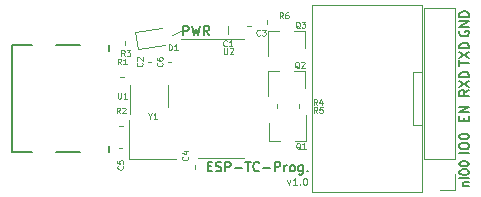
<source format=gto>
G04 #@! TF.GenerationSoftware,KiCad,Pcbnew,6.0.0-d3dd2cf0fa~116~ubuntu20.04.1*
G04 #@! TF.CreationDate,2022-01-09T18:16:10+01:00*
G04 #@! TF.ProjectId,ESP-TC-PROG,4553502d-5443-42d5-9052-4f472e6b6963,rev?*
G04 #@! TF.SameCoordinates,Original*
G04 #@! TF.FileFunction,Legend,Top*
G04 #@! TF.FilePolarity,Positive*
%FSLAX46Y46*%
G04 Gerber Fmt 4.6, Leading zero omitted, Abs format (unit mm)*
G04 Created by KiCad (PCBNEW 6.0.0-d3dd2cf0fa~116~ubuntu20.04.1) date 2022-01-09 18:16:10*
%MOMM*%
%LPD*%
G01*
G04 APERTURE LIST*
%ADD10C,0.120000*%
%ADD11C,0.130000*%
%ADD12C,0.150000*%
%ADD13C,0.100000*%
G04 APERTURE END LIST*
D10*
X113550000Y-94300000D02*
X112800000Y-94600000D01*
D11*
X137428571Y-107406666D02*
X137961904Y-107406666D01*
X137504761Y-107406666D02*
X137466666Y-107373333D01*
X137428571Y-107306666D01*
X137428571Y-107206666D01*
X137466666Y-107140000D01*
X137542857Y-107106666D01*
X137961904Y-107106666D01*
X137961904Y-106773333D02*
X137161904Y-106773333D01*
X137161904Y-106306666D02*
X137161904Y-106173333D01*
X137200000Y-106106666D01*
X137276190Y-106040000D01*
X137428571Y-106006666D01*
X137695238Y-106006666D01*
X137847619Y-106040000D01*
X137923809Y-106106666D01*
X137961904Y-106173333D01*
X137961904Y-106306666D01*
X137923809Y-106373333D01*
X137847619Y-106440000D01*
X137695238Y-106473333D01*
X137428571Y-106473333D01*
X137276190Y-106440000D01*
X137200000Y-106373333D01*
X137161904Y-106306666D01*
X137161904Y-105573333D02*
X137161904Y-105506666D01*
X137200000Y-105440000D01*
X137238095Y-105406666D01*
X137314285Y-105373333D01*
X137466666Y-105340000D01*
X137657142Y-105340000D01*
X137809523Y-105373333D01*
X137885714Y-105406666D01*
X137923809Y-105440000D01*
X137961904Y-105506666D01*
X137961904Y-105573333D01*
X137923809Y-105640000D01*
X137885714Y-105673333D01*
X137809523Y-105706666D01*
X137657142Y-105740000D01*
X137466666Y-105740000D01*
X137314285Y-105706666D01*
X137238095Y-105673333D01*
X137200000Y-105640000D01*
X137161904Y-105573333D01*
X137961904Y-104650000D02*
X137161904Y-104650000D01*
X137161904Y-104116666D02*
X137161904Y-103964285D01*
X137200000Y-103888095D01*
X137276190Y-103811904D01*
X137428571Y-103773809D01*
X137695238Y-103773809D01*
X137847619Y-103811904D01*
X137923809Y-103888095D01*
X137961904Y-103964285D01*
X137961904Y-104116666D01*
X137923809Y-104192857D01*
X137847619Y-104269047D01*
X137695238Y-104307142D01*
X137428571Y-104307142D01*
X137276190Y-104269047D01*
X137200000Y-104192857D01*
X137161904Y-104116666D01*
X137161904Y-103278571D02*
X137161904Y-103202380D01*
X137200000Y-103126190D01*
X137238095Y-103088095D01*
X137314285Y-103050000D01*
X137466666Y-103011904D01*
X137657142Y-103011904D01*
X137809523Y-103050000D01*
X137885714Y-103088095D01*
X137923809Y-103126190D01*
X137961904Y-103202380D01*
X137961904Y-103278571D01*
X137923809Y-103354761D01*
X137885714Y-103392857D01*
X137809523Y-103430952D01*
X137657142Y-103469047D01*
X137466666Y-103469047D01*
X137314285Y-103430952D01*
X137238095Y-103392857D01*
X137200000Y-103354761D01*
X137161904Y-103278571D01*
D10*
X122567857Y-106946428D02*
X122710714Y-107346428D01*
X122853571Y-106946428D01*
X123396428Y-107346428D02*
X123053571Y-107346428D01*
X123225000Y-107346428D02*
X123225000Y-106746428D01*
X123167857Y-106832142D01*
X123110714Y-106889285D01*
X123053571Y-106917857D01*
X123653571Y-107289285D02*
X123682142Y-107317857D01*
X123653571Y-107346428D01*
X123625000Y-107317857D01*
X123653571Y-107289285D01*
X123653571Y-107346428D01*
X124053571Y-106746428D02*
X124110714Y-106746428D01*
X124167857Y-106775000D01*
X124196428Y-106803571D01*
X124225000Y-106860714D01*
X124253571Y-106975000D01*
X124253571Y-107117857D01*
X124225000Y-107232142D01*
X124196428Y-107289285D01*
X124167857Y-107317857D01*
X124110714Y-107346428D01*
X124053571Y-107346428D01*
X123996428Y-107317857D01*
X123967857Y-107289285D01*
X123939285Y-107232142D01*
X123910714Y-107117857D01*
X123910714Y-106975000D01*
X123939285Y-106860714D01*
X123967857Y-106803571D01*
X123996428Y-106775000D01*
X124053571Y-106746428D01*
D11*
X137542857Y-101890476D02*
X137542857Y-101623809D01*
X137961904Y-101509523D02*
X137961904Y-101890476D01*
X137161904Y-101890476D01*
X137161904Y-101509523D01*
X137961904Y-101166666D02*
X137161904Y-101166666D01*
X137961904Y-100709523D01*
X137161904Y-100709523D01*
X137200000Y-94299523D02*
X137161904Y-94375714D01*
X137161904Y-94490000D01*
X137200000Y-94604285D01*
X137276190Y-94680476D01*
X137352380Y-94718571D01*
X137504761Y-94756666D01*
X137619047Y-94756666D01*
X137771428Y-94718571D01*
X137847619Y-94680476D01*
X137923809Y-94604285D01*
X137961904Y-94490000D01*
X137961904Y-94413809D01*
X137923809Y-94299523D01*
X137885714Y-94261428D01*
X137619047Y-94261428D01*
X137619047Y-94413809D01*
X137961904Y-93918571D02*
X137161904Y-93918571D01*
X137961904Y-93461428D01*
X137161904Y-93461428D01*
X137961904Y-93080476D02*
X137161904Y-93080476D01*
X137161904Y-92890000D01*
X137200000Y-92775714D01*
X137276190Y-92699523D01*
X137352380Y-92661428D01*
X137504761Y-92623333D01*
X137619047Y-92623333D01*
X137771428Y-92661428D01*
X137847619Y-92699523D01*
X137923809Y-92775714D01*
X137961904Y-92890000D01*
X137961904Y-93080476D01*
X137161904Y-97239523D02*
X137161904Y-96782380D01*
X137961904Y-97010952D02*
X137161904Y-97010952D01*
X137161904Y-96591904D02*
X137961904Y-96058571D01*
X137161904Y-96058571D02*
X137961904Y-96591904D01*
X137961904Y-95753809D02*
X137161904Y-95753809D01*
X137161904Y-95563333D01*
X137200000Y-95449047D01*
X137276190Y-95372857D01*
X137352380Y-95334761D01*
X137504761Y-95296666D01*
X137619047Y-95296666D01*
X137771428Y-95334761D01*
X137847619Y-95372857D01*
X137923809Y-95449047D01*
X137961904Y-95563333D01*
X137961904Y-95753809D01*
X137961904Y-99308333D02*
X137580952Y-99575000D01*
X137961904Y-99765476D02*
X137161904Y-99765476D01*
X137161904Y-99460714D01*
X137200000Y-99384523D01*
X137238095Y-99346428D01*
X137314285Y-99308333D01*
X137428571Y-99308333D01*
X137504761Y-99346428D01*
X137542857Y-99384523D01*
X137580952Y-99460714D01*
X137580952Y-99765476D01*
X137161904Y-99041666D02*
X137961904Y-98508333D01*
X137161904Y-98508333D02*
X137961904Y-99041666D01*
X137961904Y-98203571D02*
X137161904Y-98203571D01*
X137161904Y-98013095D01*
X137200000Y-97898809D01*
X137276190Y-97822619D01*
X137352380Y-97784523D01*
X137504761Y-97746428D01*
X137619047Y-97746428D01*
X137771428Y-97784523D01*
X137847619Y-97822619D01*
X137923809Y-97898809D01*
X137961904Y-98013095D01*
X137961904Y-98203571D01*
D12*
X115850476Y-105762857D02*
X116117142Y-105762857D01*
X116231428Y-106181904D02*
X115850476Y-106181904D01*
X115850476Y-105381904D01*
X116231428Y-105381904D01*
X116536190Y-106143809D02*
X116650476Y-106181904D01*
X116840952Y-106181904D01*
X116917142Y-106143809D01*
X116955238Y-106105714D01*
X116993333Y-106029523D01*
X116993333Y-105953333D01*
X116955238Y-105877142D01*
X116917142Y-105839047D01*
X116840952Y-105800952D01*
X116688571Y-105762857D01*
X116612380Y-105724761D01*
X116574285Y-105686666D01*
X116536190Y-105610476D01*
X116536190Y-105534285D01*
X116574285Y-105458095D01*
X116612380Y-105420000D01*
X116688571Y-105381904D01*
X116879047Y-105381904D01*
X116993333Y-105420000D01*
X117336190Y-106181904D02*
X117336190Y-105381904D01*
X117640952Y-105381904D01*
X117717142Y-105420000D01*
X117755238Y-105458095D01*
X117793333Y-105534285D01*
X117793333Y-105648571D01*
X117755238Y-105724761D01*
X117717142Y-105762857D01*
X117640952Y-105800952D01*
X117336190Y-105800952D01*
X118136190Y-105877142D02*
X118745714Y-105877142D01*
X119012380Y-105381904D02*
X119469523Y-105381904D01*
X119240952Y-106181904D02*
X119240952Y-105381904D01*
X120193333Y-106105714D02*
X120155238Y-106143809D01*
X120040952Y-106181904D01*
X119964761Y-106181904D01*
X119850476Y-106143809D01*
X119774285Y-106067619D01*
X119736190Y-105991428D01*
X119698095Y-105839047D01*
X119698095Y-105724761D01*
X119736190Y-105572380D01*
X119774285Y-105496190D01*
X119850476Y-105420000D01*
X119964761Y-105381904D01*
X120040952Y-105381904D01*
X120155238Y-105420000D01*
X120193333Y-105458095D01*
X120536190Y-105877142D02*
X121145714Y-105877142D01*
X121526666Y-106181904D02*
X121526666Y-105381904D01*
X121831428Y-105381904D01*
X121907619Y-105420000D01*
X121945714Y-105458095D01*
X121983809Y-105534285D01*
X121983809Y-105648571D01*
X121945714Y-105724761D01*
X121907619Y-105762857D01*
X121831428Y-105800952D01*
X121526666Y-105800952D01*
X122326666Y-106181904D02*
X122326666Y-105648571D01*
X122326666Y-105800952D02*
X122364761Y-105724761D01*
X122402857Y-105686666D01*
X122479047Y-105648571D01*
X122555238Y-105648571D01*
X122936190Y-106181904D02*
X122860000Y-106143809D01*
X122821904Y-106105714D01*
X122783809Y-106029523D01*
X122783809Y-105800952D01*
X122821904Y-105724761D01*
X122860000Y-105686666D01*
X122936190Y-105648571D01*
X123050476Y-105648571D01*
X123126666Y-105686666D01*
X123164761Y-105724761D01*
X123202857Y-105800952D01*
X123202857Y-106029523D01*
X123164761Y-106105714D01*
X123126666Y-106143809D01*
X123050476Y-106181904D01*
X122936190Y-106181904D01*
X123888571Y-105648571D02*
X123888571Y-106296190D01*
X123850476Y-106372380D01*
X123812380Y-106410476D01*
X123736190Y-106448571D01*
X123621904Y-106448571D01*
X123545714Y-106410476D01*
X123888571Y-106143809D02*
X123812380Y-106181904D01*
X123660000Y-106181904D01*
X123583809Y-106143809D01*
X123545714Y-106105714D01*
X123507619Y-106029523D01*
X123507619Y-105800952D01*
X123545714Y-105724761D01*
X123583809Y-105686666D01*
X123660000Y-105648571D01*
X123812380Y-105648571D01*
X123888571Y-105686666D01*
X124269523Y-106105714D02*
X124307619Y-106143809D01*
X124269523Y-106181904D01*
X124231428Y-106143809D01*
X124269523Y-106105714D01*
X124269523Y-106181904D01*
X113783333Y-94661904D02*
X113783333Y-93861904D01*
X114088095Y-93861904D01*
X114164285Y-93900000D01*
X114202380Y-93938095D01*
X114240476Y-94014285D01*
X114240476Y-94128571D01*
X114202380Y-94204761D01*
X114164285Y-94242857D01*
X114088095Y-94280952D01*
X113783333Y-94280952D01*
X114507142Y-93861904D02*
X114697619Y-94661904D01*
X114850000Y-94090476D01*
X115002380Y-94661904D01*
X115192857Y-93861904D01*
X115954761Y-94661904D02*
X115688095Y-94280952D01*
X115497619Y-94661904D02*
X115497619Y-93861904D01*
X115802380Y-93861904D01*
X115878571Y-93900000D01*
X115916666Y-93938095D01*
X115954761Y-94014285D01*
X115954761Y-94128571D01*
X115916666Y-94204761D01*
X115878571Y-94242857D01*
X115802380Y-94280952D01*
X115497619Y-94280952D01*
D13*
X110278571Y-96983333D02*
X110302380Y-97007142D01*
X110326190Y-97078571D01*
X110326190Y-97126190D01*
X110302380Y-97197619D01*
X110254761Y-97245238D01*
X110207142Y-97269047D01*
X110111904Y-97292857D01*
X110040476Y-97292857D01*
X109945238Y-97269047D01*
X109897619Y-97245238D01*
X109850000Y-97197619D01*
X109826190Y-97126190D01*
X109826190Y-97078571D01*
X109850000Y-97007142D01*
X109873809Y-96983333D01*
X109873809Y-96792857D02*
X109850000Y-96769047D01*
X109826190Y-96721428D01*
X109826190Y-96602380D01*
X109850000Y-96554761D01*
X109873809Y-96530952D01*
X109921428Y-96507142D01*
X109969047Y-96507142D01*
X110040476Y-96530952D01*
X110326190Y-96816666D01*
X110326190Y-96507142D01*
X108638571Y-105713333D02*
X108662380Y-105737142D01*
X108686190Y-105808571D01*
X108686190Y-105856190D01*
X108662380Y-105927619D01*
X108614761Y-105975238D01*
X108567142Y-105999047D01*
X108471904Y-106022857D01*
X108400476Y-106022857D01*
X108305238Y-105999047D01*
X108257619Y-105975238D01*
X108210000Y-105927619D01*
X108186190Y-105856190D01*
X108186190Y-105808571D01*
X108210000Y-105737142D01*
X108233809Y-105713333D01*
X108186190Y-105260952D02*
X108186190Y-105499047D01*
X108424285Y-105522857D01*
X108400476Y-105499047D01*
X108376666Y-105451428D01*
X108376666Y-105332380D01*
X108400476Y-105284761D01*
X108424285Y-105260952D01*
X108471904Y-105237142D01*
X108590952Y-105237142D01*
X108638571Y-105260952D01*
X108662380Y-105284761D01*
X108686190Y-105332380D01*
X108686190Y-105451428D01*
X108662380Y-105499047D01*
X108638571Y-105522857D01*
X111978571Y-96983333D02*
X112002380Y-97007142D01*
X112026190Y-97078571D01*
X112026190Y-97126190D01*
X112002380Y-97197619D01*
X111954761Y-97245238D01*
X111907142Y-97269047D01*
X111811904Y-97292857D01*
X111740476Y-97292857D01*
X111645238Y-97269047D01*
X111597619Y-97245238D01*
X111550000Y-97197619D01*
X111526190Y-97126190D01*
X111526190Y-97078571D01*
X111550000Y-97007142D01*
X111573809Y-96983333D01*
X111526190Y-96554761D02*
X111526190Y-96650000D01*
X111550000Y-96697619D01*
X111573809Y-96721428D01*
X111645238Y-96769047D01*
X111740476Y-96792857D01*
X111930952Y-96792857D01*
X111978571Y-96769047D01*
X112002380Y-96745238D01*
X112026190Y-96697619D01*
X112026190Y-96602380D01*
X112002380Y-96554761D01*
X111978571Y-96530952D01*
X111930952Y-96507142D01*
X111811904Y-96507142D01*
X111764285Y-96530952D01*
X111740476Y-96554761D01*
X111716666Y-96602380D01*
X111716666Y-96697619D01*
X111740476Y-96745238D01*
X111764285Y-96769047D01*
X111811904Y-96792857D01*
X112534956Y-95932596D02*
X112526229Y-95432672D01*
X112645259Y-95430595D01*
X112717092Y-95453154D01*
X112765535Y-95499935D01*
X112790172Y-95547131D01*
X112815640Y-95641939D01*
X112816887Y-95713357D01*
X112794743Y-95808996D01*
X112771768Y-95857023D01*
X112724987Y-95905466D01*
X112653985Y-95930519D01*
X112534956Y-95932596D01*
X113296744Y-95919299D02*
X113011074Y-95924286D01*
X113153909Y-95921792D02*
X113145183Y-95421869D01*
X113098818Y-95494117D01*
X113052037Y-95542560D01*
X113004841Y-95567197D01*
X123602380Y-97448809D02*
X123554761Y-97425000D01*
X123507142Y-97377380D01*
X123435714Y-97305952D01*
X123388095Y-97282142D01*
X123340476Y-97282142D01*
X123364285Y-97401190D02*
X123316666Y-97377380D01*
X123269047Y-97329761D01*
X123245238Y-97234523D01*
X123245238Y-97067857D01*
X123269047Y-96972619D01*
X123316666Y-96925000D01*
X123364285Y-96901190D01*
X123459523Y-96901190D01*
X123507142Y-96925000D01*
X123554761Y-96972619D01*
X123578571Y-97067857D01*
X123578571Y-97234523D01*
X123554761Y-97329761D01*
X123507142Y-97377380D01*
X123459523Y-97401190D01*
X123364285Y-97401190D01*
X123769047Y-96948809D02*
X123792857Y-96925000D01*
X123840476Y-96901190D01*
X123959523Y-96901190D01*
X124007142Y-96925000D01*
X124030952Y-96948809D01*
X124054761Y-96996428D01*
X124054761Y-97044047D01*
X124030952Y-97115476D01*
X123745238Y-97401190D01*
X124054761Y-97401190D01*
X108820626Y-96427610D02*
X108649830Y-96192460D01*
X108534956Y-96432596D02*
X108526229Y-95932672D01*
X108716677Y-95929348D01*
X108764704Y-95952323D01*
X108788925Y-95975713D01*
X108813562Y-96022910D01*
X108814809Y-96094327D01*
X108791834Y-96142355D01*
X108768444Y-96166576D01*
X108721248Y-96191213D01*
X108530800Y-96194537D01*
X108978542Y-95924777D02*
X109288018Y-95919375D01*
X109124701Y-96112731D01*
X109196119Y-96111485D01*
X109244146Y-96134460D01*
X109268368Y-96157850D01*
X109293005Y-96205046D01*
X109295082Y-96324076D01*
X109272107Y-96372103D01*
X109248717Y-96396324D01*
X109201521Y-96420961D01*
X109058685Y-96423455D01*
X109010658Y-96400480D01*
X108986437Y-96377089D01*
X125116666Y-100576190D02*
X124950000Y-100338095D01*
X124830952Y-100576190D02*
X124830952Y-100076190D01*
X125021428Y-100076190D01*
X125069047Y-100100000D01*
X125092857Y-100123809D01*
X125116666Y-100171428D01*
X125116666Y-100242857D01*
X125092857Y-100290476D01*
X125069047Y-100314285D01*
X125021428Y-100338095D01*
X124830952Y-100338095D01*
X125545238Y-100242857D02*
X125545238Y-100576190D01*
X125426190Y-100052380D02*
X125307142Y-100409523D01*
X125616666Y-100409523D01*
X125116666Y-101226190D02*
X124950000Y-100988095D01*
X124830952Y-101226190D02*
X124830952Y-100726190D01*
X125021428Y-100726190D01*
X125069047Y-100750000D01*
X125092857Y-100773809D01*
X125116666Y-100821428D01*
X125116666Y-100892857D01*
X125092857Y-100940476D01*
X125069047Y-100964285D01*
X125021428Y-100988095D01*
X124830952Y-100988095D01*
X125569047Y-100726190D02*
X125330952Y-100726190D01*
X125307142Y-100964285D01*
X125330952Y-100940476D01*
X125378571Y-100916666D01*
X125497619Y-100916666D01*
X125545238Y-100940476D01*
X125569047Y-100964285D01*
X125592857Y-101011904D01*
X125592857Y-101130952D01*
X125569047Y-101178571D01*
X125545238Y-101202380D01*
X125497619Y-101226190D01*
X125378571Y-101226190D01*
X125330952Y-101202380D01*
X125307142Y-101178571D01*
X122216666Y-93226190D02*
X122050000Y-92988095D01*
X121930952Y-93226190D02*
X121930952Y-92726190D01*
X122121428Y-92726190D01*
X122169047Y-92750000D01*
X122192857Y-92773809D01*
X122216666Y-92821428D01*
X122216666Y-92892857D01*
X122192857Y-92940476D01*
X122169047Y-92964285D01*
X122121428Y-92988095D01*
X121930952Y-92988095D01*
X122645238Y-92726190D02*
X122550000Y-92726190D01*
X122502380Y-92750000D01*
X122478571Y-92773809D01*
X122430952Y-92845238D01*
X122407142Y-92940476D01*
X122407142Y-93130952D01*
X122430952Y-93178571D01*
X122454761Y-93202380D01*
X122502380Y-93226190D01*
X122597619Y-93226190D01*
X122645238Y-93202380D01*
X122669047Y-93178571D01*
X122692857Y-93130952D01*
X122692857Y-93011904D01*
X122669047Y-92964285D01*
X122645238Y-92940476D01*
X122597619Y-92916666D01*
X122502380Y-92916666D01*
X122454761Y-92940476D01*
X122430952Y-92964285D01*
X122407142Y-93011904D01*
X108219047Y-99526190D02*
X108219047Y-99930952D01*
X108242857Y-99978571D01*
X108266666Y-100002380D01*
X108314285Y-100026190D01*
X108409523Y-100026190D01*
X108457142Y-100002380D01*
X108480952Y-99978571D01*
X108504761Y-99930952D01*
X108504761Y-99526190D01*
X109004761Y-100026190D02*
X108719047Y-100026190D01*
X108861904Y-100026190D02*
X108861904Y-99526190D01*
X108814285Y-99597619D01*
X108766666Y-99645238D01*
X108719047Y-99669047D01*
X117219047Y-95726190D02*
X117219047Y-96130952D01*
X117242857Y-96178571D01*
X117266666Y-96202380D01*
X117314285Y-96226190D01*
X117409523Y-96226190D01*
X117457142Y-96202380D01*
X117480952Y-96178571D01*
X117504761Y-96130952D01*
X117504761Y-95726190D01*
X117719047Y-95773809D02*
X117742857Y-95750000D01*
X117790476Y-95726190D01*
X117909523Y-95726190D01*
X117957142Y-95750000D01*
X117980952Y-95773809D01*
X118004761Y-95821428D01*
X118004761Y-95869047D01*
X117980952Y-95940476D01*
X117695238Y-96226190D01*
X118004761Y-96226190D01*
X110951904Y-101488095D02*
X110951904Y-101726190D01*
X110785238Y-101226190D02*
X110951904Y-101488095D01*
X111118571Y-101226190D01*
X111547142Y-101726190D02*
X111261428Y-101726190D01*
X111404285Y-101726190D02*
X111404285Y-101226190D01*
X111356666Y-101297619D01*
X111309047Y-101345238D01*
X111261428Y-101369047D01*
X108416666Y-101276190D02*
X108250000Y-101038095D01*
X108130952Y-101276190D02*
X108130952Y-100776190D01*
X108321428Y-100776190D01*
X108369047Y-100800000D01*
X108392857Y-100823809D01*
X108416666Y-100871428D01*
X108416666Y-100942857D01*
X108392857Y-100990476D01*
X108369047Y-101014285D01*
X108321428Y-101038095D01*
X108130952Y-101038095D01*
X108607142Y-100823809D02*
X108630952Y-100800000D01*
X108678571Y-100776190D01*
X108797619Y-100776190D01*
X108845238Y-100800000D01*
X108869047Y-100823809D01*
X108892857Y-100871428D01*
X108892857Y-100919047D01*
X108869047Y-100990476D01*
X108583333Y-101276190D01*
X108892857Y-101276190D01*
X123702380Y-104298809D02*
X123654761Y-104275000D01*
X123607142Y-104227380D01*
X123535714Y-104155952D01*
X123488095Y-104132142D01*
X123440476Y-104132142D01*
X123464285Y-104251190D02*
X123416666Y-104227380D01*
X123369047Y-104179761D01*
X123345238Y-104084523D01*
X123345238Y-103917857D01*
X123369047Y-103822619D01*
X123416666Y-103775000D01*
X123464285Y-103751190D01*
X123559523Y-103751190D01*
X123607142Y-103775000D01*
X123654761Y-103822619D01*
X123678571Y-103917857D01*
X123678571Y-104084523D01*
X123654761Y-104179761D01*
X123607142Y-104227380D01*
X123559523Y-104251190D01*
X123464285Y-104251190D01*
X124154761Y-104251190D02*
X123869047Y-104251190D01*
X124011904Y-104251190D02*
X124011904Y-103751190D01*
X123964285Y-103822619D01*
X123916666Y-103870238D01*
X123869047Y-103894047D01*
X120266666Y-94628571D02*
X120242857Y-94652380D01*
X120171428Y-94676190D01*
X120123809Y-94676190D01*
X120052380Y-94652380D01*
X120004761Y-94604761D01*
X119980952Y-94557142D01*
X119957142Y-94461904D01*
X119957142Y-94390476D01*
X119980952Y-94295238D01*
X120004761Y-94247619D01*
X120052380Y-94200000D01*
X120123809Y-94176190D01*
X120171428Y-94176190D01*
X120242857Y-94200000D01*
X120266666Y-94223809D01*
X120433333Y-94176190D02*
X120742857Y-94176190D01*
X120576190Y-94366666D01*
X120647619Y-94366666D01*
X120695238Y-94390476D01*
X120719047Y-94414285D01*
X120742857Y-94461904D01*
X120742857Y-94580952D01*
X120719047Y-94628571D01*
X120695238Y-94652380D01*
X120647619Y-94676190D01*
X120504761Y-94676190D01*
X120457142Y-94652380D01*
X120433333Y-94628571D01*
X117466666Y-95528571D02*
X117442857Y-95552380D01*
X117371428Y-95576190D01*
X117323809Y-95576190D01*
X117252380Y-95552380D01*
X117204761Y-95504761D01*
X117180952Y-95457142D01*
X117157142Y-95361904D01*
X117157142Y-95290476D01*
X117180952Y-95195238D01*
X117204761Y-95147619D01*
X117252380Y-95100000D01*
X117323809Y-95076190D01*
X117371428Y-95076190D01*
X117442857Y-95100000D01*
X117466666Y-95123809D01*
X117942857Y-95576190D02*
X117657142Y-95576190D01*
X117800000Y-95576190D02*
X117800000Y-95076190D01*
X117752380Y-95147619D01*
X117704761Y-95195238D01*
X117657142Y-95219047D01*
X114138571Y-104923333D02*
X114162380Y-104947142D01*
X114186190Y-105018571D01*
X114186190Y-105066190D01*
X114162380Y-105137619D01*
X114114761Y-105185238D01*
X114067142Y-105209047D01*
X113971904Y-105232857D01*
X113900476Y-105232857D01*
X113805238Y-105209047D01*
X113757619Y-105185238D01*
X113710000Y-105137619D01*
X113686190Y-105066190D01*
X113686190Y-105018571D01*
X113710000Y-104947142D01*
X113733809Y-104923333D01*
X113852857Y-104494761D02*
X114186190Y-104494761D01*
X113662380Y-104613809D02*
X114019523Y-104732857D01*
X114019523Y-104423333D01*
X123652380Y-94048809D02*
X123604761Y-94025000D01*
X123557142Y-93977380D01*
X123485714Y-93905952D01*
X123438095Y-93882142D01*
X123390476Y-93882142D01*
X123414285Y-94001190D02*
X123366666Y-93977380D01*
X123319047Y-93929761D01*
X123295238Y-93834523D01*
X123295238Y-93667857D01*
X123319047Y-93572619D01*
X123366666Y-93525000D01*
X123414285Y-93501190D01*
X123509523Y-93501190D01*
X123557142Y-93525000D01*
X123604761Y-93572619D01*
X123628571Y-93667857D01*
X123628571Y-93834523D01*
X123604761Y-93929761D01*
X123557142Y-93977380D01*
X123509523Y-94001190D01*
X123414285Y-94001190D01*
X123795238Y-93501190D02*
X124104761Y-93501190D01*
X123938095Y-93691666D01*
X124009523Y-93691666D01*
X124057142Y-93715476D01*
X124080952Y-93739285D01*
X124104761Y-93786904D01*
X124104761Y-93905952D01*
X124080952Y-93953571D01*
X124057142Y-93977380D01*
X124009523Y-94001190D01*
X123866666Y-94001190D01*
X123819047Y-93977380D01*
X123795238Y-93953571D01*
X108516666Y-97126190D02*
X108350000Y-96888095D01*
X108230952Y-97126190D02*
X108230952Y-96626190D01*
X108421428Y-96626190D01*
X108469047Y-96650000D01*
X108492857Y-96673809D01*
X108516666Y-96721428D01*
X108516666Y-96792857D01*
X108492857Y-96840476D01*
X108469047Y-96864285D01*
X108421428Y-96888095D01*
X108230952Y-96888095D01*
X108992857Y-97126190D02*
X108707142Y-97126190D01*
X108850000Y-97126190D02*
X108850000Y-96626190D01*
X108802380Y-96697619D01*
X108754761Y-96745238D01*
X108707142Y-96769047D01*
D10*
X111050000Y-96900000D02*
X110750000Y-96900000D01*
X108310000Y-104230000D02*
X108610000Y-104230000D01*
X112750000Y-96900000D02*
X112450000Y-96900000D01*
X111982573Y-94054826D02*
X109722672Y-94392570D01*
X109722672Y-94392570D02*
X109939951Y-95846424D01*
X109939951Y-95846424D02*
X112199853Y-95508679D01*
D12*
X103000000Y-104500000D02*
X105000000Y-104500000D01*
X101000000Y-104500000D02*
X99305000Y-104500000D01*
X99305000Y-95500000D02*
X101000000Y-95500000D01*
X107500000Y-95500000D02*
X107500000Y-96000000D01*
X107500000Y-104000000D02*
X107500000Y-104500000D01*
X99305000Y-104500000D02*
X99305000Y-95500000D01*
X105000000Y-95500000D02*
X103000000Y-95500000D01*
D10*
X134000000Y-102250000D02*
X133200000Y-102250000D01*
X133200000Y-97750000D02*
X134000000Y-97750000D01*
X134005000Y-107890000D02*
X124655000Y-107890000D01*
X124655000Y-107890000D02*
X124655000Y-92110000D01*
X124655000Y-92110000D02*
X134005000Y-92110000D01*
X133200000Y-102250000D02*
X133200000Y-97750000D01*
X134005000Y-92110000D02*
X134005000Y-107890000D01*
X120920000Y-97665000D02*
X121850000Y-97665000D01*
X120920000Y-97665000D02*
X120920000Y-99825000D01*
X124080000Y-97665000D02*
X123150000Y-97665000D01*
X124080000Y-97665000D02*
X124080000Y-99125000D01*
X108827829Y-95151648D02*
X108872171Y-95448352D01*
X123575000Y-100775000D02*
X123575000Y-100475000D01*
X121675000Y-100475000D02*
X121675000Y-100775000D01*
X120900000Y-93700000D02*
X120900000Y-93400000D01*
X112510000Y-100700000D02*
X112510000Y-98900000D01*
X109290000Y-98900000D02*
X109290000Y-101350000D01*
X117000000Y-105060000D02*
X118950000Y-105060000D01*
X117000000Y-105060000D02*
X115050000Y-105060000D01*
X117000000Y-94940000D02*
X113550000Y-94940000D01*
X117000000Y-94940000D02*
X118950000Y-94940000D01*
X136810000Y-92360000D02*
X134150000Y-92360000D01*
X136810000Y-105120000D02*
X134150000Y-105120000D01*
X136810000Y-105120000D02*
X136810000Y-92360000D01*
X134150000Y-105120000D02*
X134150000Y-92360000D01*
X136810000Y-107720000D02*
X135480000Y-107720000D01*
X136810000Y-106390000D02*
X136810000Y-107720000D01*
X109190000Y-105150000D02*
X113190000Y-105150000D01*
X109190000Y-101850000D02*
X109190000Y-105150000D01*
X108650000Y-102300000D02*
X108350000Y-102300000D01*
X121020000Y-103585000D02*
X121950000Y-103585000D01*
X124180000Y-103585000D02*
X124180000Y-101425000D01*
X121020000Y-103585000D02*
X121020000Y-102125000D01*
X124180000Y-103585000D02*
X123250000Y-103585000D01*
X119500000Y-93900000D02*
X119200000Y-93900000D01*
X117550000Y-93850000D02*
X117550000Y-94550000D01*
X114780000Y-105940000D02*
X114780000Y-105640000D01*
X124080000Y-94265000D02*
X123150000Y-94265000D01*
X120920000Y-94265000D02*
X121850000Y-94265000D01*
X124080000Y-94265000D02*
X124080000Y-95725000D01*
X120920000Y-94265000D02*
X120920000Y-96425000D01*
X108450000Y-98150000D02*
X108750000Y-98150000D01*
M02*

</source>
